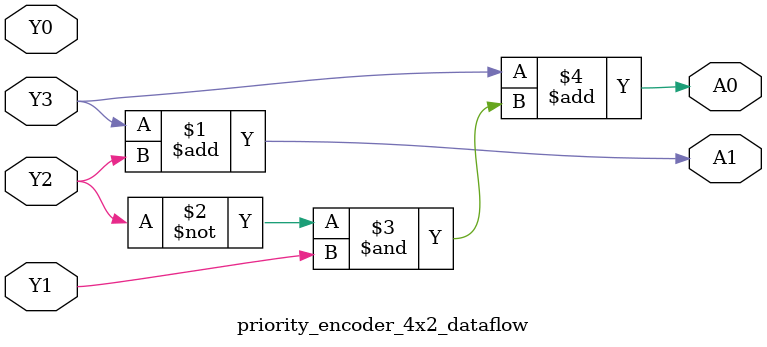
<source format=v>
`timescale 10ns/10ps

module priority_encoder_4x2_dataflow(A0,A1,Y0,Y1,Y2,Y3);

input Y0,Y1,Y2,Y3;
output A0,A1;

assign A1 = Y3 + Y2;
assign A0 = Y3 + ((~Y2)&Y1);

endmodule
</source>
